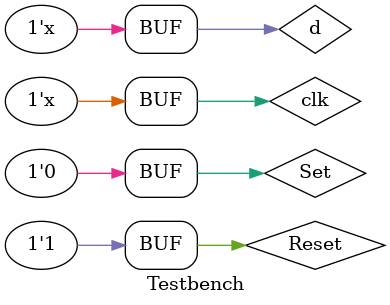
<source format=v>
`timescale 1ns / 1ps


module Testbench();
    reg clk = 0;
    reg Reset=0;
    reg Set = 0;
    reg  d  = 0;
    wire q;
    wire qb;
    
    Lab_4_4 test(
        .  clk(clk),
        .reset(Reset),
        .  set(Set),
        .   d (d),
        .   q (q),
        .  qb (qb)
    );
    
    initial
        begin
            clk = 0;
             d  = 0;
            #200;
            Reset=0;
            Set=0;
            #200;
            Reset=0;
            Set=1;
            #200;
            Reset=1;
            Set=1;
            #400;
            Reset=1;
            Set=0;
        end
    
    always #20 clk = ~clk;
    always #30  d  = ~d;

endmodule

</source>
